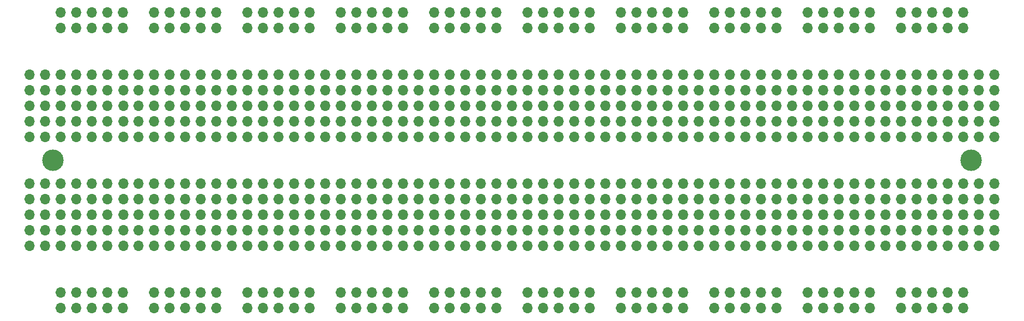
<source format=gtl>
G04 #@! TF.GenerationSoftware,KiCad,Pcbnew,(5.1.8)-1*
G04 #@! TF.CreationDate,2021-02-07T23:28:57+01:00*
G04 #@! TF.ProjectId,Breadboard 830,42726561-6462-46f6-9172-64203833302e,rev?*
G04 #@! TF.SameCoordinates,Original*
G04 #@! TF.FileFunction,Copper,L1,Top*
G04 #@! TF.FilePolarity,Positive*
%FSLAX46Y46*%
G04 Gerber Fmt 4.6, Leading zero omitted, Abs format (unit mm)*
G04 Created by KiCad (PCBNEW (5.1.8)-1) date 2021-02-07 23:28:57*
%MOMM*%
%LPD*%
G01*
G04 APERTURE LIST*
G04 #@! TA.AperFunction,WasherPad*
%ADD10C,3.500000*%
G04 #@! TD*
G04 #@! TA.AperFunction,ComponentPad*
%ADD11O,1.700000X1.700000*%
G04 #@! TD*
G04 APERTURE END LIST*
D10*
X240030000Y-95250000D03*
X90170000Y-95250000D03*
D11*
X132080000Y-116840000D03*
X129540000Y-116840000D03*
X127000000Y-116840000D03*
X124460000Y-116840000D03*
X121920000Y-116840000D03*
X121920000Y-119380000D03*
X124460000Y-119380000D03*
X127000000Y-119380000D03*
X129540000Y-119380000D03*
X132080000Y-119380000D03*
X101600000Y-116840000D03*
X99060000Y-116840000D03*
X96520000Y-116840000D03*
X93980000Y-116840000D03*
X91440000Y-116840000D03*
X91440000Y-119380000D03*
X93980000Y-119380000D03*
X96520000Y-119380000D03*
X99060000Y-119380000D03*
X101600000Y-119380000D03*
X116840000Y-116840000D03*
X114300000Y-116840000D03*
X111760000Y-116840000D03*
X109220000Y-116840000D03*
X106680000Y-116840000D03*
X106680000Y-119380000D03*
X109220000Y-119380000D03*
X111760000Y-119380000D03*
X114300000Y-119380000D03*
X116840000Y-119380000D03*
X208280000Y-116840000D03*
X205740000Y-116840000D03*
X203200000Y-116840000D03*
X200660000Y-116840000D03*
X198120000Y-116840000D03*
X198120000Y-119380000D03*
X200660000Y-119380000D03*
X203200000Y-119380000D03*
X205740000Y-119380000D03*
X208280000Y-119380000D03*
X238760000Y-116840000D03*
X236220000Y-116840000D03*
X233680000Y-116840000D03*
X231140000Y-116840000D03*
X228600000Y-116840000D03*
X228600000Y-119380000D03*
X231140000Y-119380000D03*
X233680000Y-119380000D03*
X236220000Y-119380000D03*
X238760000Y-119380000D03*
X193040000Y-116840000D03*
X190500000Y-116840000D03*
X187960000Y-116840000D03*
X185420000Y-116840000D03*
X182880000Y-116840000D03*
X182880000Y-119380000D03*
X185420000Y-119380000D03*
X187960000Y-119380000D03*
X190500000Y-119380000D03*
X193040000Y-119380000D03*
X162560000Y-116840000D03*
X160020000Y-116840000D03*
X157480000Y-116840000D03*
X154940000Y-116840000D03*
X152400000Y-116840000D03*
X152400000Y-119380000D03*
X154940000Y-119380000D03*
X157480000Y-119380000D03*
X160020000Y-119380000D03*
X162560000Y-119380000D03*
X177800000Y-116840000D03*
X175260000Y-116840000D03*
X172720000Y-116840000D03*
X170180000Y-116840000D03*
X167640000Y-116840000D03*
X167640000Y-119380000D03*
X170180000Y-119380000D03*
X172720000Y-119380000D03*
X175260000Y-119380000D03*
X177800000Y-119380000D03*
X147320000Y-116840000D03*
X144780000Y-116840000D03*
X142240000Y-116840000D03*
X139700000Y-116840000D03*
X137160000Y-116840000D03*
X137160000Y-119380000D03*
X139700000Y-119380000D03*
X142240000Y-119380000D03*
X144780000Y-119380000D03*
X147320000Y-119380000D03*
X223520000Y-116840000D03*
X220980000Y-116840000D03*
X218440000Y-116840000D03*
X215900000Y-116840000D03*
X213360000Y-116840000D03*
X213360000Y-119380000D03*
X215900000Y-119380000D03*
X218440000Y-119380000D03*
X220980000Y-119380000D03*
X223520000Y-119380000D03*
X193040000Y-71120000D03*
X190500000Y-71120000D03*
X187960000Y-71120000D03*
X185420000Y-71120000D03*
X182880000Y-71120000D03*
X182880000Y-73660000D03*
X185420000Y-73660000D03*
X187960000Y-73660000D03*
X190500000Y-73660000D03*
X193040000Y-73660000D03*
X223520000Y-71120000D03*
X220980000Y-71120000D03*
X218440000Y-71120000D03*
X215900000Y-71120000D03*
X213360000Y-71120000D03*
X213360000Y-73660000D03*
X215900000Y-73660000D03*
X218440000Y-73660000D03*
X220980000Y-73660000D03*
X223520000Y-73660000D03*
X238760000Y-71120000D03*
X236220000Y-71120000D03*
X233680000Y-71120000D03*
X231140000Y-71120000D03*
X228600000Y-71120000D03*
X228600000Y-73660000D03*
X231140000Y-73660000D03*
X233680000Y-73660000D03*
X236220000Y-73660000D03*
X238760000Y-73660000D03*
X177800000Y-71120000D03*
X175260000Y-71120000D03*
X172720000Y-71120000D03*
X170180000Y-71120000D03*
X167640000Y-71120000D03*
X167640000Y-73660000D03*
X170180000Y-73660000D03*
X172720000Y-73660000D03*
X175260000Y-73660000D03*
X177800000Y-73660000D03*
X208280000Y-71120000D03*
X205740000Y-71120000D03*
X203200000Y-71120000D03*
X200660000Y-71120000D03*
X198120000Y-71120000D03*
X198120000Y-73660000D03*
X200660000Y-73660000D03*
X203200000Y-73660000D03*
X205740000Y-73660000D03*
X208280000Y-73660000D03*
X147320000Y-71120000D03*
X144780000Y-71120000D03*
X142240000Y-71120000D03*
X139700000Y-71120000D03*
X137160000Y-71120000D03*
X137160000Y-73660000D03*
X139700000Y-73660000D03*
X142240000Y-73660000D03*
X144780000Y-73660000D03*
X147320000Y-73660000D03*
X162560000Y-71120000D03*
X160020000Y-71120000D03*
X157480000Y-71120000D03*
X154940000Y-71120000D03*
X152400000Y-71120000D03*
X152400000Y-73660000D03*
X154940000Y-73660000D03*
X157480000Y-73660000D03*
X160020000Y-73660000D03*
X162560000Y-73660000D03*
X116840000Y-71120000D03*
X114300000Y-71120000D03*
X111760000Y-71120000D03*
X109220000Y-71120000D03*
X106680000Y-71120000D03*
X106680000Y-73660000D03*
X109220000Y-73660000D03*
X111760000Y-73660000D03*
X114300000Y-73660000D03*
X116840000Y-73660000D03*
X132080000Y-71120000D03*
X129540000Y-71120000D03*
X127000000Y-71120000D03*
X124460000Y-71120000D03*
X121920000Y-71120000D03*
X121920000Y-73660000D03*
X124460000Y-73660000D03*
X127000000Y-73660000D03*
X129540000Y-73660000D03*
X132080000Y-73660000D03*
X101600000Y-71120000D03*
X99060000Y-71120000D03*
X96520000Y-71120000D03*
X93980000Y-71120000D03*
X91440000Y-71120000D03*
X91440000Y-73660000D03*
X93980000Y-73660000D03*
X96520000Y-73660000D03*
X99060000Y-73660000D03*
X101600000Y-73660000D03*
X86360000Y-109220000D03*
X86360000Y-106680000D03*
X86360000Y-104140000D03*
X86360000Y-101600000D03*
X86360000Y-99060000D03*
X86360000Y-91440000D03*
X86360000Y-88900000D03*
X86360000Y-86360000D03*
X86360000Y-83820000D03*
X86360000Y-81280000D03*
X182880000Y-81280000D03*
X182880000Y-83820000D03*
X182880000Y-86360000D03*
X182880000Y-88900000D03*
X182880000Y-91440000D03*
X182880000Y-99060000D03*
X182880000Y-101600000D03*
X182880000Y-104140000D03*
X182880000Y-106680000D03*
X182880000Y-109220000D03*
X215900000Y-109220000D03*
X215900000Y-106680000D03*
X215900000Y-104140000D03*
X215900000Y-101600000D03*
X215900000Y-99060000D03*
X215900000Y-91440000D03*
X215900000Y-88900000D03*
X215900000Y-86360000D03*
X215900000Y-83820000D03*
X215900000Y-81280000D03*
X213360000Y-81280000D03*
X213360000Y-83820000D03*
X213360000Y-86360000D03*
X213360000Y-88900000D03*
X213360000Y-91440000D03*
X213360000Y-99060000D03*
X213360000Y-101600000D03*
X213360000Y-104140000D03*
X213360000Y-106680000D03*
X213360000Y-109220000D03*
X210820000Y-109220000D03*
X210820000Y-106680000D03*
X210820000Y-104140000D03*
X210820000Y-101600000D03*
X210820000Y-99060000D03*
X210820000Y-91440000D03*
X210820000Y-88900000D03*
X210820000Y-86360000D03*
X210820000Y-83820000D03*
X210820000Y-81280000D03*
X208280000Y-81280000D03*
X208280000Y-83820000D03*
X208280000Y-86360000D03*
X208280000Y-88900000D03*
X208280000Y-91440000D03*
X208280000Y-99060000D03*
X208280000Y-101600000D03*
X208280000Y-104140000D03*
X208280000Y-106680000D03*
X208280000Y-109220000D03*
X205740000Y-109220000D03*
X205740000Y-106680000D03*
X205740000Y-104140000D03*
X205740000Y-101600000D03*
X205740000Y-99060000D03*
X205740000Y-91440000D03*
X205740000Y-88900000D03*
X205740000Y-86360000D03*
X205740000Y-83820000D03*
X205740000Y-81280000D03*
X203200000Y-81280000D03*
X203200000Y-83820000D03*
X203200000Y-86360000D03*
X203200000Y-88900000D03*
X203200000Y-91440000D03*
X203200000Y-99060000D03*
X203200000Y-101600000D03*
X203200000Y-104140000D03*
X203200000Y-106680000D03*
X203200000Y-109220000D03*
X200660000Y-109220000D03*
X200660000Y-106680000D03*
X200660000Y-104140000D03*
X200660000Y-101600000D03*
X200660000Y-99060000D03*
X200660000Y-91440000D03*
X200660000Y-88900000D03*
X200660000Y-86360000D03*
X200660000Y-83820000D03*
X200660000Y-81280000D03*
X198120000Y-109220000D03*
X198120000Y-106680000D03*
X198120000Y-104140000D03*
X198120000Y-101600000D03*
X198120000Y-99060000D03*
X198120000Y-91440000D03*
X198120000Y-88900000D03*
X198120000Y-86360000D03*
X198120000Y-83820000D03*
X198120000Y-81280000D03*
X195580000Y-81280000D03*
X195580000Y-83820000D03*
X195580000Y-86360000D03*
X195580000Y-88900000D03*
X195580000Y-91440000D03*
X195580000Y-99060000D03*
X195580000Y-101600000D03*
X195580000Y-104140000D03*
X195580000Y-106680000D03*
X195580000Y-109220000D03*
X193040000Y-109220000D03*
X193040000Y-106680000D03*
X193040000Y-104140000D03*
X193040000Y-101600000D03*
X193040000Y-99060000D03*
X193040000Y-91440000D03*
X193040000Y-88900000D03*
X193040000Y-86360000D03*
X193040000Y-83820000D03*
X193040000Y-81280000D03*
X190500000Y-81280000D03*
X190500000Y-83820000D03*
X190500000Y-86360000D03*
X190500000Y-88900000D03*
X190500000Y-91440000D03*
X190500000Y-99060000D03*
X190500000Y-101600000D03*
X190500000Y-104140000D03*
X190500000Y-106680000D03*
X190500000Y-109220000D03*
X187960000Y-109220000D03*
X187960000Y-106680000D03*
X187960000Y-104140000D03*
X187960000Y-101600000D03*
X187960000Y-99060000D03*
X187960000Y-91440000D03*
X187960000Y-88900000D03*
X187960000Y-86360000D03*
X187960000Y-83820000D03*
X187960000Y-81280000D03*
X134620000Y-81280000D03*
X134620000Y-83820000D03*
X134620000Y-86360000D03*
X134620000Y-88900000D03*
X134620000Y-91440000D03*
X134620000Y-99060000D03*
X134620000Y-101600000D03*
X134620000Y-104140000D03*
X134620000Y-106680000D03*
X134620000Y-109220000D03*
X132080000Y-109220000D03*
X132080000Y-106680000D03*
X132080000Y-104140000D03*
X132080000Y-101600000D03*
X132080000Y-99060000D03*
X132080000Y-91440000D03*
X132080000Y-88900000D03*
X132080000Y-86360000D03*
X132080000Y-83820000D03*
X132080000Y-81280000D03*
X180340000Y-109220000D03*
X180340000Y-106680000D03*
X180340000Y-104140000D03*
X180340000Y-101600000D03*
X180340000Y-99060000D03*
X180340000Y-91440000D03*
X180340000Y-88900000D03*
X180340000Y-86360000D03*
X180340000Y-83820000D03*
X180340000Y-81280000D03*
X177800000Y-81280000D03*
X177800000Y-83820000D03*
X177800000Y-86360000D03*
X177800000Y-88900000D03*
X177800000Y-91440000D03*
X177800000Y-99060000D03*
X177800000Y-101600000D03*
X177800000Y-104140000D03*
X177800000Y-106680000D03*
X177800000Y-109220000D03*
X175260000Y-109220000D03*
X175260000Y-106680000D03*
X175260000Y-104140000D03*
X175260000Y-101600000D03*
X175260000Y-99060000D03*
X175260000Y-91440000D03*
X175260000Y-88900000D03*
X175260000Y-86360000D03*
X175260000Y-83820000D03*
X175260000Y-81280000D03*
X172720000Y-81280000D03*
X172720000Y-83820000D03*
X172720000Y-86360000D03*
X172720000Y-88900000D03*
X172720000Y-91440000D03*
X172720000Y-99060000D03*
X172720000Y-101600000D03*
X172720000Y-104140000D03*
X172720000Y-106680000D03*
X172720000Y-109220000D03*
X170180000Y-109220000D03*
X170180000Y-106680000D03*
X170180000Y-104140000D03*
X170180000Y-101600000D03*
X170180000Y-99060000D03*
X170180000Y-91440000D03*
X170180000Y-88900000D03*
X170180000Y-86360000D03*
X170180000Y-83820000D03*
X170180000Y-81280000D03*
X167640000Y-81280000D03*
X167640000Y-83820000D03*
X167640000Y-86360000D03*
X167640000Y-88900000D03*
X167640000Y-91440000D03*
X167640000Y-99060000D03*
X167640000Y-101600000D03*
X167640000Y-104140000D03*
X167640000Y-106680000D03*
X167640000Y-109220000D03*
X165100000Y-109220000D03*
X165100000Y-106680000D03*
X165100000Y-104140000D03*
X165100000Y-101600000D03*
X165100000Y-99060000D03*
X165100000Y-91440000D03*
X165100000Y-88900000D03*
X165100000Y-86360000D03*
X165100000Y-83820000D03*
X165100000Y-81280000D03*
X162560000Y-81280000D03*
X162560000Y-83820000D03*
X162560000Y-86360000D03*
X162560000Y-88900000D03*
X162560000Y-91440000D03*
X162560000Y-99060000D03*
X162560000Y-101600000D03*
X162560000Y-104140000D03*
X162560000Y-106680000D03*
X162560000Y-109220000D03*
X129540000Y-109220000D03*
X129540000Y-106680000D03*
X129540000Y-104140000D03*
X129540000Y-101600000D03*
X129540000Y-99060000D03*
X129540000Y-91440000D03*
X129540000Y-88900000D03*
X129540000Y-86360000D03*
X129540000Y-83820000D03*
X129540000Y-81280000D03*
X127000000Y-81280000D03*
X127000000Y-83820000D03*
X127000000Y-86360000D03*
X127000000Y-88900000D03*
X127000000Y-91440000D03*
X127000000Y-99060000D03*
X127000000Y-101600000D03*
X127000000Y-104140000D03*
X127000000Y-106680000D03*
X127000000Y-109220000D03*
X124460000Y-109220000D03*
X124460000Y-106680000D03*
X124460000Y-104140000D03*
X124460000Y-101600000D03*
X124460000Y-99060000D03*
X124460000Y-91440000D03*
X124460000Y-88900000D03*
X124460000Y-86360000D03*
X124460000Y-83820000D03*
X124460000Y-81280000D03*
X121920000Y-81280000D03*
X121920000Y-83820000D03*
X121920000Y-86360000D03*
X121920000Y-88900000D03*
X121920000Y-91440000D03*
X121920000Y-99060000D03*
X121920000Y-101600000D03*
X121920000Y-104140000D03*
X121920000Y-106680000D03*
X121920000Y-109220000D03*
X119380000Y-109220000D03*
X119380000Y-106680000D03*
X119380000Y-104140000D03*
X119380000Y-101600000D03*
X119380000Y-99060000D03*
X119380000Y-91440000D03*
X119380000Y-88900000D03*
X119380000Y-86360000D03*
X119380000Y-83820000D03*
X119380000Y-81280000D03*
X116840000Y-81280000D03*
X116840000Y-83820000D03*
X116840000Y-86360000D03*
X116840000Y-88900000D03*
X116840000Y-91440000D03*
X116840000Y-99060000D03*
X116840000Y-101600000D03*
X116840000Y-104140000D03*
X116840000Y-106680000D03*
X116840000Y-109220000D03*
X114300000Y-109220000D03*
X114300000Y-106680000D03*
X114300000Y-104140000D03*
X114300000Y-101600000D03*
X114300000Y-99060000D03*
X114300000Y-91440000D03*
X114300000Y-88900000D03*
X114300000Y-86360000D03*
X114300000Y-83820000D03*
X114300000Y-81280000D03*
X111760000Y-81280000D03*
X111760000Y-83820000D03*
X111760000Y-86360000D03*
X111760000Y-88900000D03*
X111760000Y-91440000D03*
X111760000Y-99060000D03*
X111760000Y-101600000D03*
X111760000Y-104140000D03*
X111760000Y-106680000D03*
X111760000Y-109220000D03*
X109220000Y-109220000D03*
X109220000Y-106680000D03*
X109220000Y-104140000D03*
X109220000Y-101600000D03*
X109220000Y-99060000D03*
X109220000Y-91440000D03*
X109220000Y-88900000D03*
X109220000Y-86360000D03*
X109220000Y-83820000D03*
X109220000Y-81280000D03*
X106680000Y-81280000D03*
X106680000Y-83820000D03*
X106680000Y-86360000D03*
X106680000Y-88900000D03*
X106680000Y-91440000D03*
X106680000Y-99060000D03*
X106680000Y-101600000D03*
X106680000Y-104140000D03*
X106680000Y-106680000D03*
X106680000Y-109220000D03*
X101670000Y-109220000D03*
X101670000Y-106680000D03*
X101670000Y-104140000D03*
X101670000Y-101600000D03*
X101670000Y-99060000D03*
X101670000Y-91440000D03*
X101670000Y-88900000D03*
X101670000Y-86360000D03*
X101670000Y-83820000D03*
X101670000Y-81280000D03*
X104140000Y-81280000D03*
X104140000Y-83820000D03*
X104140000Y-86360000D03*
X104140000Y-88900000D03*
X104140000Y-91440000D03*
X104140000Y-99060000D03*
X104140000Y-101600000D03*
X104140000Y-104140000D03*
X104140000Y-106680000D03*
X104140000Y-109220000D03*
X160020000Y-109220000D03*
X160020000Y-106680000D03*
X160020000Y-104140000D03*
X160020000Y-101600000D03*
X160020000Y-99060000D03*
X160020000Y-91440000D03*
X160020000Y-88900000D03*
X160020000Y-86360000D03*
X160020000Y-83820000D03*
X160020000Y-81280000D03*
X99060000Y-81280000D03*
X99060000Y-83820000D03*
X99060000Y-86360000D03*
X99060000Y-88900000D03*
X99060000Y-91440000D03*
X99060000Y-99060000D03*
X99060000Y-101600000D03*
X99060000Y-104140000D03*
X99060000Y-106680000D03*
X99060000Y-109220000D03*
X157480000Y-109220000D03*
X157480000Y-106680000D03*
X157480000Y-104140000D03*
X157480000Y-101600000D03*
X157480000Y-99060000D03*
X157480000Y-91440000D03*
X157480000Y-88900000D03*
X157480000Y-86360000D03*
X157480000Y-83820000D03*
X157480000Y-81280000D03*
X96520000Y-81280000D03*
X96520000Y-83820000D03*
X96520000Y-86360000D03*
X96520000Y-88900000D03*
X96520000Y-91440000D03*
X96520000Y-99060000D03*
X96520000Y-101600000D03*
X96520000Y-104140000D03*
X96520000Y-106680000D03*
X96520000Y-109220000D03*
X154940000Y-109220000D03*
X154940000Y-106680000D03*
X154940000Y-104140000D03*
X154940000Y-101600000D03*
X154940000Y-99060000D03*
X154940000Y-91440000D03*
X154940000Y-88900000D03*
X154940000Y-86360000D03*
X154940000Y-83820000D03*
X154940000Y-81280000D03*
X93980000Y-81280000D03*
X93980000Y-83820000D03*
X93980000Y-86360000D03*
X93980000Y-88900000D03*
X93980000Y-91440000D03*
X93980000Y-99060000D03*
X93980000Y-101600000D03*
X93980000Y-104140000D03*
X93980000Y-106680000D03*
X93980000Y-109220000D03*
X152400000Y-109220000D03*
X152400000Y-106680000D03*
X152400000Y-104140000D03*
X152400000Y-101600000D03*
X152400000Y-99060000D03*
X152400000Y-91440000D03*
X152400000Y-88900000D03*
X152400000Y-86360000D03*
X152400000Y-83820000D03*
X152400000Y-81280000D03*
X91440000Y-81280000D03*
X91440000Y-83820000D03*
X91440000Y-86360000D03*
X91440000Y-88900000D03*
X91440000Y-91440000D03*
X91440000Y-99060000D03*
X91440000Y-101600000D03*
X91440000Y-104140000D03*
X91440000Y-106680000D03*
X91440000Y-109220000D03*
X149860000Y-109220000D03*
X149860000Y-106680000D03*
X149860000Y-104140000D03*
X149860000Y-101600000D03*
X149860000Y-99060000D03*
X149860000Y-91440000D03*
X149860000Y-88900000D03*
X149860000Y-86360000D03*
X149860000Y-83820000D03*
X149860000Y-81280000D03*
X88900000Y-81280000D03*
X88900000Y-83820000D03*
X88900000Y-86360000D03*
X88900000Y-88900000D03*
X88900000Y-91440000D03*
X88900000Y-99060000D03*
X88900000Y-101600000D03*
X88900000Y-104140000D03*
X88900000Y-106680000D03*
X88900000Y-109220000D03*
X147320000Y-109220000D03*
X147320000Y-106680000D03*
X147320000Y-104140000D03*
X147320000Y-101600000D03*
X147320000Y-99060000D03*
X147320000Y-91440000D03*
X147320000Y-88900000D03*
X147320000Y-86360000D03*
X147320000Y-83820000D03*
X147320000Y-81280000D03*
X236220000Y-81280000D03*
X236220000Y-83820000D03*
X236220000Y-86360000D03*
X236220000Y-88900000D03*
X236220000Y-91440000D03*
X236220000Y-99060000D03*
X236220000Y-101600000D03*
X236220000Y-104140000D03*
X236220000Y-106680000D03*
X236220000Y-109220000D03*
X144780000Y-109220000D03*
X144780000Y-106680000D03*
X144780000Y-104140000D03*
X144780000Y-101600000D03*
X144780000Y-99060000D03*
X144780000Y-91440000D03*
X144780000Y-88900000D03*
X144780000Y-86360000D03*
X144780000Y-83820000D03*
X144780000Y-81280000D03*
X238760000Y-81280000D03*
X238760000Y-83820000D03*
X238760000Y-86360000D03*
X238760000Y-88900000D03*
X238760000Y-91440000D03*
X238760000Y-99060000D03*
X238760000Y-101600000D03*
X238760000Y-104140000D03*
X238760000Y-106680000D03*
X238760000Y-109220000D03*
X142240000Y-109220000D03*
X142240000Y-106680000D03*
X142240000Y-104140000D03*
X142240000Y-101600000D03*
X142240000Y-99060000D03*
X142240000Y-91440000D03*
X142240000Y-88900000D03*
X142240000Y-86360000D03*
X142240000Y-83820000D03*
X142240000Y-81280000D03*
X241300000Y-81280000D03*
X241300000Y-83820000D03*
X241300000Y-86360000D03*
X241300000Y-88900000D03*
X241300000Y-91440000D03*
X241300000Y-99060000D03*
X241300000Y-101600000D03*
X241300000Y-104140000D03*
X241300000Y-106680000D03*
X241300000Y-109220000D03*
X139700000Y-109220000D03*
X139700000Y-106680000D03*
X139700000Y-104140000D03*
X139700000Y-101600000D03*
X139700000Y-99060000D03*
X139700000Y-91440000D03*
X139700000Y-88900000D03*
X139700000Y-86360000D03*
X139700000Y-83820000D03*
X139700000Y-81280000D03*
X243840000Y-81280000D03*
X243840000Y-83820000D03*
X243840000Y-86360000D03*
X243840000Y-88900000D03*
X243840000Y-91440000D03*
X243840000Y-99060000D03*
X243840000Y-101600000D03*
X243840000Y-104140000D03*
X243840000Y-106680000D03*
X243840000Y-109220000D03*
X137160000Y-109220000D03*
X137160000Y-106680000D03*
X137160000Y-104140000D03*
X137160000Y-101600000D03*
X137160000Y-99060000D03*
X137160000Y-91440000D03*
X137160000Y-88900000D03*
X137160000Y-86360000D03*
X137160000Y-83820000D03*
X137160000Y-81280000D03*
X185420000Y-81280000D03*
X185420000Y-83820000D03*
X185420000Y-86360000D03*
X185420000Y-88900000D03*
X185420000Y-91440000D03*
X185420000Y-99060000D03*
X185420000Y-101600000D03*
X185420000Y-104140000D03*
X185420000Y-106680000D03*
X185420000Y-109220000D03*
X218440000Y-109220000D03*
X218440000Y-106680000D03*
X218440000Y-104140000D03*
X218440000Y-101600000D03*
X218440000Y-99060000D03*
X218440000Y-91440000D03*
X218440000Y-88900000D03*
X218440000Y-86360000D03*
X218440000Y-83820000D03*
X218440000Y-81280000D03*
X220980000Y-81280000D03*
X220980000Y-83820000D03*
X220980000Y-86360000D03*
X220980000Y-88900000D03*
X220980000Y-91440000D03*
X220980000Y-99060000D03*
X220980000Y-101600000D03*
X220980000Y-104140000D03*
X220980000Y-106680000D03*
X220980000Y-109220000D03*
X223520000Y-109220000D03*
X223520000Y-106680000D03*
X223520000Y-104140000D03*
X223520000Y-101600000D03*
X223520000Y-99060000D03*
X223520000Y-91440000D03*
X223520000Y-88900000D03*
X223520000Y-86360000D03*
X223520000Y-83820000D03*
X223520000Y-81280000D03*
X226060000Y-81280000D03*
X226060000Y-83820000D03*
X226060000Y-86360000D03*
X226060000Y-88900000D03*
X226060000Y-91440000D03*
X226060000Y-99060000D03*
X226060000Y-101600000D03*
X226060000Y-104140000D03*
X226060000Y-106680000D03*
X226060000Y-109220000D03*
X228600000Y-109220000D03*
X228600000Y-106680000D03*
X228600000Y-104140000D03*
X228600000Y-101600000D03*
X228600000Y-99060000D03*
X228600000Y-91440000D03*
X228600000Y-88900000D03*
X228600000Y-86360000D03*
X228600000Y-83820000D03*
X228600000Y-81280000D03*
X231140000Y-81280000D03*
X231140000Y-83820000D03*
X231140000Y-86360000D03*
X231140000Y-88900000D03*
X231140000Y-91440000D03*
X231140000Y-99060000D03*
X231140000Y-101600000D03*
X231140000Y-104140000D03*
X231140000Y-106680000D03*
X231140000Y-109220000D03*
X233680000Y-109220000D03*
X233680000Y-106680000D03*
X233680000Y-104140000D03*
X233680000Y-101600000D03*
X233680000Y-99060000D03*
X233680000Y-91440000D03*
X233680000Y-88900000D03*
X233680000Y-86360000D03*
X233680000Y-83820000D03*
X233680000Y-81280000D03*
M02*

</source>
